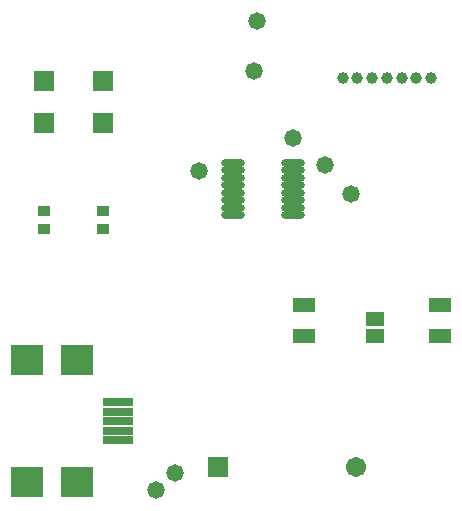
<source format=gts>
G04 Layer_Color=8388736*
%FSLAX25Y25*%
%MOIN*%
G70*
G01*
G75*
%ADD25R,0.10052X0.02768*%
%ADD26R,0.10642X0.10052*%
%ADD27R,0.06312X0.05131*%
%ADD28R,0.07493X0.05131*%
%ADD29R,0.06706X0.06706*%
%ADD30R,0.04343X0.03556*%
%ADD31O,0.07887X0.02572*%
%ADD32R,0.06706X0.06706*%
%ADD33C,0.06706*%
%ADD34C,0.03950*%
%ADD35C,0.05800*%
D25*
X43405Y48899D02*
D03*
X43407Y45750D02*
D03*
Y42600D02*
D03*
Y36301D02*
D03*
Y39450D02*
D03*
D26*
X12993Y62974D02*
D03*
Y22226D02*
D03*
X29726Y62974D02*
D03*
Y22226D02*
D03*
D27*
X129016Y70835D02*
D03*
Y76740D02*
D03*
D28*
X105394Y81465D02*
D03*
Y70835D02*
D03*
X150669D02*
D03*
Y81465D02*
D03*
D29*
X38465Y142095D02*
D03*
Y155874D02*
D03*
X18779Y142095D02*
D03*
Y155874D02*
D03*
D30*
X38465Y112567D02*
D03*
Y106661D02*
D03*
X18779Y112567D02*
D03*
Y106661D02*
D03*
D31*
X81535Y128740D02*
D03*
Y126240D02*
D03*
Y123740D02*
D03*
Y121240D02*
D03*
Y118740D02*
D03*
Y116240D02*
D03*
Y113740D02*
D03*
Y111240D02*
D03*
X101614Y128740D02*
D03*
Y126240D02*
D03*
Y123740D02*
D03*
Y121240D02*
D03*
Y118740D02*
D03*
Y116240D02*
D03*
Y113740D02*
D03*
Y111240D02*
D03*
D32*
X76667Y27300D02*
D03*
D33*
X122533D02*
D03*
D34*
X147653Y156858D02*
D03*
X123153D02*
D03*
X128053D02*
D03*
X132953D02*
D03*
X137853D02*
D03*
X118253D02*
D03*
X142753D02*
D03*
D35*
X89600Y176000D02*
D03*
X88800Y159400D02*
D03*
X62400Y25200D02*
D03*
X56000Y19600D02*
D03*
X70480Y125900D02*
D03*
X101575Y137055D02*
D03*
X112400Y128000D02*
D03*
X120900Y118300D02*
D03*
M02*

</source>
